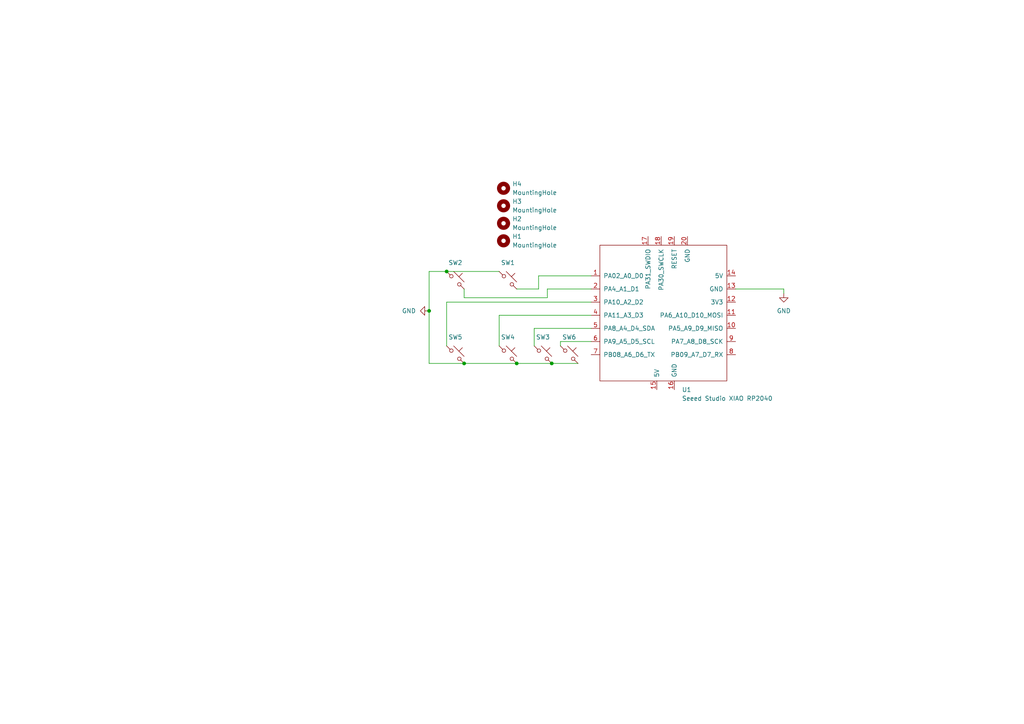
<source format=kicad_sch>
(kicad_sch (version 20231120) (generator "eeschema") (generator_version "8.0")
  (paper "A4")
  (lib_symbols
    (symbol "Mechanical:MountingHole" (pin_names (offset 1.016)) (exclude_from_sim yes) (in_bom no)
      (property "Reference" "H" (at 0 5.08 0))
      (property "Value" "MountingHole" (at 0 3.175 0))
      (symbol "MountingHole_0_1"
        (circle (center 0 0) (radius 1.27) (stroke (width 1.27)))
      )
    )
    (symbol "Seeed_Studio_XIAO_Series:Seeed Studio XIAO SAMD21" (pin_names (offset 1.016))
      (property "Reference" "U" (at -19.05 22.86 0))
      (property "Value" "Seeed Studio XIAO SAMD21" (at -12.7 21.59 0))
      (symbol "Seeed Studio XIAO SAMD21_0_1"
        (rectangle (start -19.05 20.32) (end 17.78 -19.05))
      )
      (symbol "Seeed Studio XIAO SAMD21_1_1"
        (pin unspecified line (at -21.59 11.43 0) (length 2.54) (name "PA02_A0_D0") (number "1"))
        (pin unspecified line (at 20.32 -3.81 180) (length 2.54) (name "PA5_A9_D9_MISO") (number "10"))
        (pin unspecified line (at 20.32 0 180) (length 2.54) (name "PA6_A10_D10_MOSI") (number "11"))
        (pin unspecified line (at 20.32 3.81 180) (length 2.54) (name "3V3") (number "12"))
        (pin unspecified line (at 20.32 7.62 180) (length 2.54) (name "GND") (number "13"))
        (pin unspecified line (at 20.32 11.43 180) (length 2.54) (name "5V") (number "14"))
        (pin input line (at -2.54 -21.59 90) (length 2.54) (name "5V") (number "15"))
        (pin input line (at 2.54 -21.59 90) (length 2.54) (name "GND") (number "16"))
        (pin input line (at -5.08 22.86 270) (length 2.54) (name "PA31_SWDIO") (number "17"))
        (pin input line (at -1.27 22.86 270) (length 2.54) (name "PA30_SWCLK") (number "18"))
        (pin input line (at 2.54 22.86 270) (length 2.54) (name "RESET") (number "19"))
        (pin unspecified line (at -21.59 7.62 0) (length 2.54) (name "PA4_A1_D1") (number "2"))
        (pin input line (at 6.35 22.86 270) (length 2.54) (name "GND") (number "20"))
        (pin unspecified line (at -21.59 3.81 0) (length 2.54) (name "PA10_A2_D2") (number "3"))
        (pin unspecified line (at -21.59 0 0) (length 2.54) (name "PA11_A3_D3") (number "4"))
        (pin unspecified line (at -21.59 -3.81 0) (length 2.54) (name "PA8_A4_D4_SDA") (number "5"))
        (pin unspecified line (at -21.59 -7.62 0) (length 2.54) (name "PA9_A5_D5_SCL") (number "6"))
        (pin unspecified line (at -21.59 -11.43 0) (length 2.54) (name "PB08_A6_D6_TX") (number "7"))
        (pin unspecified line (at 20.32 -11.43 180) (length 2.54) (name "PB09_A7_D7_RX") (number "8"))
        (pin unspecified line (at 20.32 -7.62 180) (length 2.54) (name "PA7_A8_D8_SCK") (number "9"))
      )
    )
    (symbol "Switch:SW_Push_45deg" (pin_numbers hide) (pin_names (offset 1.016) hide)
      (property "Reference" "SW" (at 3.048 1.016 0))
      (property "Value" "SW_Push_45deg" (at 0 -3.81 0))
      (symbol "SW_Push_45deg_0_1"
        (circle (center -1.1684 1.1684) (radius 0.508))
        (polyline (pts (xy -0.508 2.54) (xy 2.54 -0.508)))
        (polyline (pts (xy 1.016 1.016) (xy 2.032 2.032)))
        (polyline (pts (xy -2.54 2.54) (xy -1.524 1.524) (xy -1.524 1.524)))
        (polyline (pts (xy 1.524 -1.524) (xy 2.54 -2.54) (xy 2.54 -2.54) (xy 2.54 -2.54)))
        (circle (center 1.143 -1.1938) (radius 0.508))
        (pin passive line (at -2.54 2.54 0) (length 0) (name "1") (number "1"))
        (pin passive line (at 2.54 -2.54 180) (length 0) (name "2") (number "2"))
      )
    )
    (symbol "power:GND" (power) (pin_numbers hide) (pin_names (offset 0) hide)
      (property "Value" "GND" (at 0 -3.81 0))
      (symbol "GND_0_1"
        (polyline (pts (xy 0 0) (xy 0 -1.27) (xy 1.27 -1.27) (xy 0 -2.54) (xy -1.27 -1.27) (xy 0 -1.27)))
      )
      (symbol "GND_1_1"
        (pin power_in line (at 0 0 270) (length 0) (name "~") (number "1"))
      )
    )
  )
  (junction (at 134.62 105.41))
  (junction (at 129.54 78.74))
  (junction (at 149.86 105.41))
  (junction (at 160.02 105.41))
  (junction (at 124.46 90.17))
  (wire (pts (xy 160.02 105.41) (xy 167.64 105.41)))
  (wire (pts (xy 158.75 83.82) (xy 158.75 86.36)))
  (wire (pts (xy 134.62 86.36) (xy 134.62 83.82)))
  (wire (pts (xy 158.75 86.36) (xy 134.62 86.36)))
  (wire (pts (xy 171.45 87.63) (xy 129.54 87.63)))
  (wire (pts (xy 129.54 78.74) (xy 124.46 78.74)))
  (wire (pts (xy 171.45 83.82) (xy 158.75 83.82)))
  (wire (pts (xy 171.45 95.25) (xy 154.94 95.25)))
  (wire (pts (xy 134.62 105.41) (xy 149.86 105.41)))
  (wire (pts (xy 171.45 91.44) (xy 144.78 91.44)))
  (wire (pts (xy 171.45 80.01) (xy 156.21 80.01)))
  (wire (pts (xy 124.46 78.74) (xy 124.46 90.17)))
  (wire (pts (xy 124.46 90.17) (xy 124.46 105.41)))
  (wire (pts (xy 129.54 87.63) (xy 129.54 100.33)))
  (wire (pts (xy 156.21 83.82) (xy 149.86 83.82)))
  (wire (pts (xy 156.21 80.01) (xy 156.21 83.82)))
  (wire (pts (xy 162.56 99.06) (xy 162.56 100.33)))
  (wire (pts (xy 171.45 99.06) (xy 162.56 99.06)))
  (wire (pts (xy 149.86 105.41) (xy 160.02 105.41)))
  (wire (pts (xy 124.46 105.41) (xy 134.62 105.41)))
  (wire (pts (xy 144.78 91.44) (xy 144.78 100.33)))
  (wire (pts (xy 227.33 85.09) (xy 227.33 83.82)))
  (wire (pts (xy 154.94 95.25) (xy 154.94 100.33)))
  (wire (pts (xy 227.33 83.82) (xy 213.36 83.82)))
  (wire (pts (xy 129.54 78.74) (xy 144.78 78.74)))
  (symbol (lib_id "power:GND") (at 124.46 90.17 270) (unit 1)
    (property "Reference" "#PWR02" (effects (hide yes)))
    (property "Value" "GND" (at 120.65 90.1699 90) (effects (justify right)))
    (property "Description" "Power symbol creates a global label with name \"GND\" , ground" (effects (hide yes)))
  )
  (symbol (lib_id "Seeed_Studio_XIAO_Series:Seeed Studio XIAO SAMD21") (at 193.04 91.44 0) (unit 1)
    (property "Reference" "U1" (at 197.7741 113.03 0) (effects (justify left)))
    (property "Value" "Seeed Studio XIAO RP2040" (at 197.7741 115.57 0) (effects (justify left)))
    (property "Footprint" "Seeed Studio XIAO Series Library:XIAO-Generic-Hybrid-14P-2.54-21X17.8MM" (effects (hide yes)))
  )
  (symbol (lib_id "Switch:SW_Push_45deg") (at 157.48 102.87 0) (unit 1)
    (property "Reference" "SW3" (at 157.48 97.79 0))
    (property "Value" "SW_Push_45deg" (effects (hide yes)))
    (property "Footprint" "MX_Solderable:MX-Solderable-1U" (effects (hide yes)))
    (property "Description" "Push button switch, normally open, two pins, 45° tilted" (effects (hide yes)))
  )
  (symbol (lib_id "Switch:SW_Push_45deg") (at 147.32 102.87 0) (unit 1)
    (property "Reference" "SW4" (at 147.32 97.79 0))
    (property "Value" "SW_Push_45deg" (effects (hide yes)))
    (property "Footprint" "MX_Solderable:MX-Solderable-1U" (effects (hide yes)))
    (property "Description" "Push button switch, normally open, two pins, 45° tilted" (effects (hide yes)))
  )
  (symbol (lib_id "Switch:SW_Push_45deg") (at 132.08 81.28 0) (unit 1)
    (property "Reference" "SW2" (at 132.08 76.2 0))
    (property "Value" "SW_Push_45deg" (effects (hide yes)))
    (property "Footprint" "MX_Solderable:MX-Solderable-1U" (effects (hide yes)))
    (property "Description" "Push button switch, normally open, two pins, 45° tilted" (effects (hide yes)))
  )
  (symbol (lib_id "Switch:SW_Push_45deg") (at 147.32 81.28 0) (unit 1)
    (property "Reference" "SW1" (at 147.32 76.2 0))
    (property "Value" "SW_Push_45deg" (effects (hide yes)))
    (property "Footprint" "MX_Solderable:MX-Solderable-1U" (effects (hide yes)))
    (property "Description" "Push button switch, normally open, two pins, 45° tilted" (effects (hide yes)))
  )
  (symbol (lib_id "Switch:SW_Push_45deg") (at 132.08 102.87 0) (unit 1)
    (property "Reference" "SW5" (at 132.08 97.79 0))
    (property "Value" "SW_Push_45deg" (effects (hide yes)))
    (property "Footprint" "MX_Solderable:MX-Solderable-1U" (effects (hide yes)))
    (property "Description" "Push button switch, normally open, two pins, 45° tilted" (effects (hide yes)))
  )
  (symbol (lib_id "Mechanical:MountingHole") (at 146.05 59.69 0) (unit 1) (exclude_from_sim yes) (in_bom no)
    (property "Reference" "H3" (at 148.59 58.4199 0) (effects (justify left)))
    (property "Value" "MountingHole" (at 148.59 60.9599 0) (effects (justify left)))
    (property "Footprint" "MountingHole:MountingHole_3.2mm_M3" (effects (hide yes)))
    (property "Description" "Mounting Hole without connection" (effects (hide yes)))
  )
  (symbol (lib_id "Mechanical:MountingHole") (at 146.05 54.61 0) (unit 1) (exclude_from_sim yes) (in_bom no)
    (property "Reference" "H4" (at 148.59 53.3399 0) (effects (justify left)))
    (property "Value" "MountingHole" (at 148.59 55.8799 0) (effects (justify left)))
    (property "Footprint" "MountingHole:MountingHole_3.2mm_M3" (effects (hide yes)))
    (property "Description" "Mounting Hole without connection" (effects (hide yes)))
  )
  (symbol (lib_id "Mechanical:MountingHole") (at 146.05 64.77 0) (unit 1) (exclude_from_sim yes) (in_bom no)
    (property "Reference" "H2" (at 148.59 63.4999 0) (effects (justify left)))
    (property "Value" "MountingHole" (at 148.59 66.0399 0) (effects (justify left)))
    (property "Footprint" "MountingHole:MountingHole_3.2mm_M3" (effects (hide yes)))
    (property "Description" "Mounting Hole without connection" (effects (hide yes)))
  )
  (symbol (lib_id "Switch:SW_Push_45deg") (at 165.1 102.87 0) (unit 1)
    (property "Reference" "SW6" (at 165.1 97.79 0))
    (property "Value" "SW_Push_45deg" (effects (hide yes)))
    (property "Footprint" "MX_Solderable:MX-Solderable-1U" (effects (hide yes)))
    (property "Description" "Push button switch, normally open, two pins, 45° tilted" (effects (hide yes)))
  )
  (symbol (lib_id "Mechanical:MountingHole") (at 146.05 69.85 0) (unit 1) (exclude_from_sim yes) (in_bom no)
    (property "Reference" "H1" (at 148.59 68.5799 0) (effects (justify left)))
    (property "Value" "MountingHole" (at 148.59 71.1199 0) (effects (justify left)))
    (property "Footprint" "MountingHole:MountingHole_3.2mm_M3" (effects (hide yes)))
    (property "Description" "Mounting Hole without connection" (effects (hide yes)))
  )
  (symbol (lib_id "power:GND") (at 227.33 85.09 0) (unit 1)
    (property "Reference" "#PWR01" (effects (hide yes)))
    (property "Value" "GND" (at 227.33 90.17 0))
    (property "Description" "Power symbol creates a global label with name \"GND\" , ground" (effects (hide yes)))
  )
)
</source>
